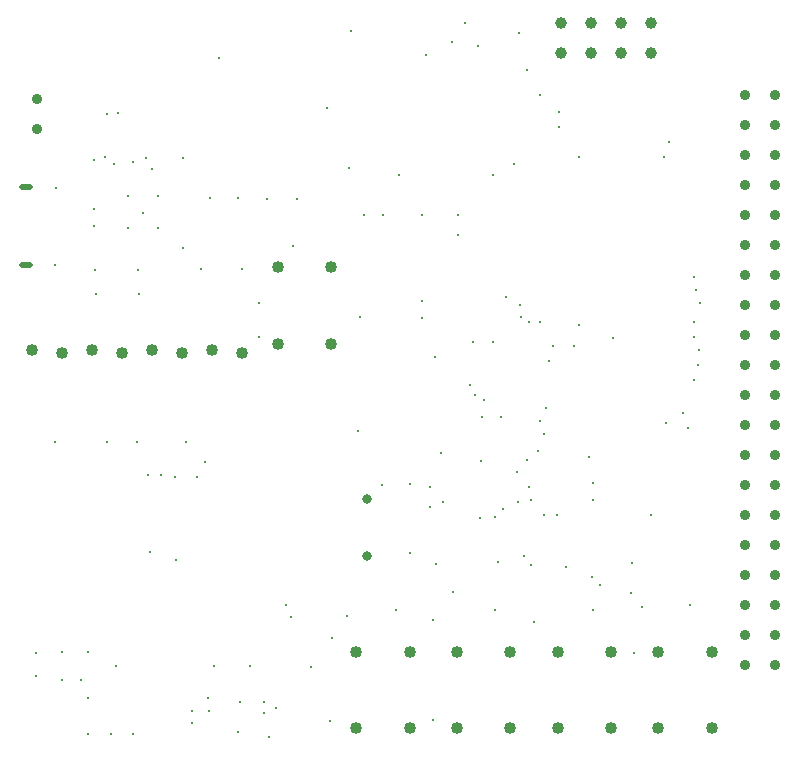
<source format=gbr>
%TF.GenerationSoftware,Novarm,DipTrace,3.2.0.1*%
%TF.CreationDate,2018-11-25T16:17:52-08:00*%
%FSLAX26Y26*%
%MOIN*%
%TF.FileFunction,Plated,1,4,PTH,Drill*%
%TF.Part,Single*%
%TA.AperFunction,ViaDrill*%
%ADD71C,0.011*%
%TA.AperFunction,ComponentDrill*%
%ADD73C,0.035433*%
%ADD74C,0.019685*%
%ADD75C,0.04*%
%ADD76C,0.03937*%
%ADD77C,0.032*%
G75*
G01*
D73*
X484316Y2471870D3*
Y2571870D3*
X462778Y2279873D2*
D74*
X435219D1*
X462778Y2020030D2*
X435219D1*
D75*
X468701Y1737450D3*
X568701Y1727450D3*
X668701Y1737450D3*
X768701Y1727450D3*
X868701Y1737450D3*
X968701Y1727450D3*
X1068701Y1737450D3*
X1168701Y1727450D3*
D73*
X2843701Y687450D3*
Y787450D3*
Y887450D3*
Y987450D3*
Y1087450D3*
Y1187450D3*
Y1287450D3*
Y1387450D3*
Y1487450D3*
Y1587450D3*
Y1687450D3*
Y1787450D3*
Y1887450D3*
Y1987450D3*
Y2087450D3*
Y2187450D3*
Y2287450D3*
Y2387450D3*
Y2487450D3*
Y2587450D3*
X2943701Y687450D3*
Y787450D3*
Y887450D3*
Y987450D3*
Y1087450D3*
Y1187450D3*
Y1287450D3*
Y1387450D3*
Y1487450D3*
Y1587450D3*
Y1687450D3*
Y1787450D3*
Y1887450D3*
Y1987450D3*
Y2087450D3*
Y2187450D3*
Y2287450D3*
Y2387450D3*
Y2487450D3*
Y2587450D3*
D75*
X1287450Y1756201D3*
Y2012201D3*
X1465450Y1756201D3*
Y2012201D3*
X2556201Y474950D3*
Y730950D3*
X2734201Y474950D3*
Y730950D3*
X2220784Y474950D3*
Y730950D3*
X2398784Y474950D3*
Y730950D3*
X1885368Y474950D3*
Y730950D3*
X2063368Y474950D3*
Y730950D3*
X1549950Y474950D3*
Y730950D3*
X1727950Y474950D3*
Y730950D3*
D76*
X2530977Y2724969D3*
Y2824969D3*
X2430977Y2724969D3*
Y2824969D3*
X2330977Y2724969D3*
Y2824969D3*
X2230977Y2724969D3*
Y2824969D3*
D77*
X1584326Y1049954D3*
Y1239954D3*
D71*
X1281108Y543948D3*
X1399845Y678309D3*
X2174950Y1456201D3*
X2680961Y1937551D3*
X2162452Y1499952D3*
X2674711Y1981297D3*
X2502855Y878288D3*
X2337247Y1293869D3*
X2687210Y1687578D3*
X2337247Y1237625D3*
X2674711Y1637583D3*
X970858Y2375912D3*
X971765Y2075037D3*
X712452Y2378164D3*
X674921Y2149952D3*
Y2206273D3*
X740540Y2356257D3*
X1562452Y1846936D3*
X548502Y2275936D3*
X837404Y2193774D3*
X1252987Y2240645D3*
X1352978D3*
X756299Y2524949D3*
X1091242Y2709324D3*
X1196826Y684326D3*
X1074879D3*
X1257591Y445436D3*
X1796824Y1214272D3*
X1728075Y1059658D3*
X1315576Y887450D3*
X681171Y1921928D3*
X824906D3*
X1331299Y846844D3*
X749696Y684326D3*
X1002314Y492840D3*
X787683Y2250181D3*
X887452Y2249950D3*
X887310Y2143841D3*
X545377Y2020030D3*
X787683Y2143780D3*
X1831050Y1393858D3*
X1728075Y1290883D3*
X1062452Y2243701D3*
X1156201D3*
X819292Y1431201D3*
X718701D3*
X731071Y456457D3*
X1531082Y2799961D3*
X1912292Y2824958D3*
X2093523Y2793711D3*
X2162265Y2587483D3*
X1524832Y2343759D3*
X1693565Y2318761D3*
X2003772Y2318550D3*
X2074774Y2356257D3*
X2293502Y2381255D3*
X2023294Y1029911D3*
X2530977Y1187630D3*
X1939103Y1762570D3*
X1812302Y1712575D3*
X2274753Y1750071D3*
X2637215Y1525095D3*
X981201Y1431201D3*
X543701D3*
X1462339Y500202D3*
X1806053Y502016D3*
X1956201Y2749950D3*
X2097213Y1847213D3*
X2224759Y2481244D3*
X2156201Y1399952D3*
X1043701Y1362452D3*
X2574722Y2381255D3*
X1781201Y2718701D3*
X2093701Y1887452D3*
X656173Y575194D3*
Y731428D3*
X1156121Y462706D3*
X568683Y637688D3*
X481192Y650187D3*
X1243612Y525200D3*
X1057432Y532605D3*
X631176Y637688D3*
X949950Y1037452D3*
X481192Y724961D3*
X943701Y1312452D3*
X2131019Y1018898D3*
X2162265Y1831313D3*
X1887453Y2118701D3*
X806201Y2362452D3*
X1031777Y2005626D3*
X1768701Y1843701D3*
X849903Y2375005D3*
X1168620Y2006282D3*
X1768557Y1900055D3*
X2131019Y1237625D3*
X2674711Y1781318D3*
X2324748Y1381360D3*
X2693460Y1737572D3*
X1634196Y1287620D3*
X1556079Y1465726D3*
X868701Y2340576D3*
X1224864Y1893788D3*
Y1781318D3*
X1518583Y850166D3*
X2465576Y924952D3*
X2193512Y1700076D3*
X2405990Y1775068D3*
X1018701Y1312450D3*
X2118701Y1368701D3*
X2593470Y2431250D3*
X1868546Y2762465D3*
X2050197Y1912452D3*
X2084149Y1328240D3*
X2693806Y1893806D3*
X2362450Y953076D3*
X1243612Y562696D3*
X1871826Y931201D3*
X806158Y456457D3*
X1002314Y532604D3*
X2124769Y1281370D3*
X2674711Y1831313D3*
X2334326Y981201D3*
X1160723Y564173D3*
X1815427Y1022534D3*
X1056131Y575194D3*
X656173Y456457D3*
X2181013Y1543843D3*
X2143517Y831418D3*
X2087273Y1231376D3*
X2474732Y725420D3*
X2031029Y1512596D3*
X1946826Y1587452D3*
X1928076Y1618701D3*
X1974950Y1568700D3*
X1968847Y1512596D3*
X1962286Y1175131D3*
X1468588Y775173D3*
X1806053Y837667D3*
X2012281Y1181381D3*
X1837299Y1231376D3*
X1453076Y2543701D3*
X2468483Y1027147D3*
X2249756Y1012649D3*
X2580971Y1493848D3*
X2006032Y1762570D3*
X2206011Y1750071D3*
X676013Y2368756D3*
X821781Y2003170D3*
X678046D3*
X718667Y2521865D3*
X2293502Y1818814D3*
X2224759Y2531239D3*
X1681066Y868914D3*
X2037278Y1206378D3*
X2012450Y868914D3*
X2174764Y1187630D3*
X2218509D3*
X2337247Y868914D3*
X2655963Y1475100D3*
X2662213Y887662D3*
X862450Y1062452D3*
X568456Y731201D3*
X856201Y1318701D3*
X2109252Y1050145D3*
X1796824Y1281201D3*
X899898Y1318866D3*
X1965551Y1365600D3*
X1337352Y2084411D3*
X1637450Y2185630D3*
X1574960Y2187452D3*
X2124769Y1831313D3*
X1889274Y2187452D3*
X1768710D3*
X2118520Y2668725D3*
M02*

</source>
